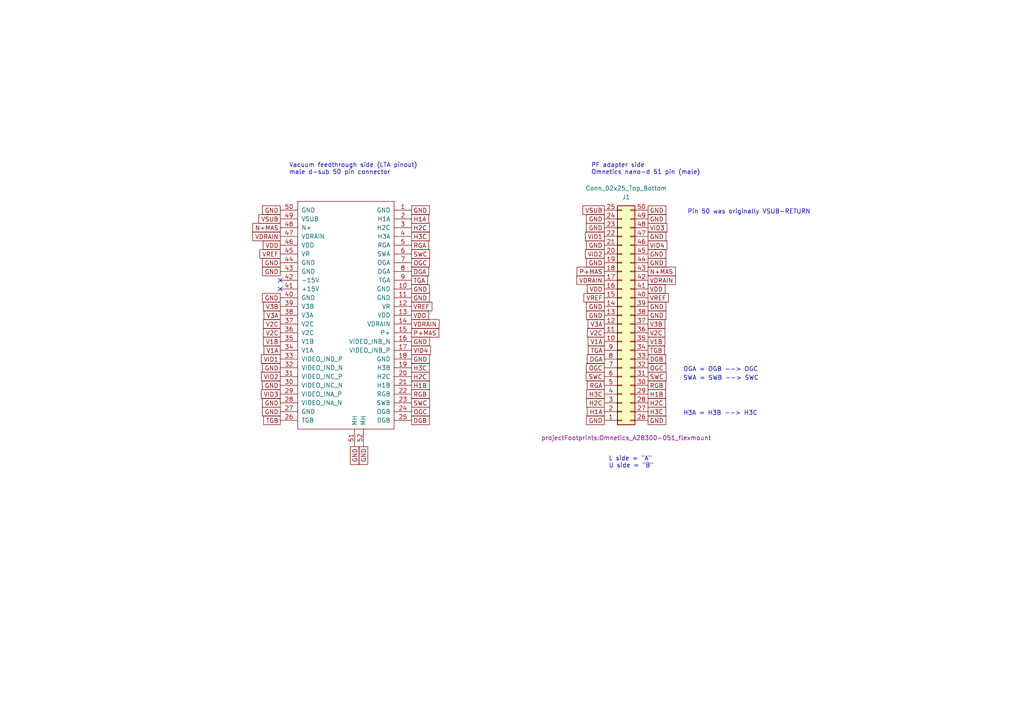
<source format=kicad_sch>
(kicad_sch (version 20230121) (generator eeschema)
  (paper "A4")
  (title_block (title "AstroDewar MAS Flex") (date "2024-02-26") (rev "1") (company "Lawrence Berkeley National Laboratory"))
  (lib_symbols
    (symbol "Connector_Generic:Conn_02x25_Top_Bottom" (pin_names (offset 1.016) hide)
      (property "Reference" "J" (at 1.27 33.02 0))
      (property "Value" "Conn_02x25_Top_Bottom" (at 1.27 -33.02 0))
      (symbol "Conn_02x25_Top_Bottom_1_1"
        (rectangle (start -1.27 -30.353) (end 0 -30.607) (stroke (width 0.1524)))
        (rectangle (start -1.27 -27.813) (end 0 -28.067) (stroke (width 0.1524)))
        (rectangle (start -1.27 -25.273) (end 0 -25.527) (stroke (width 0.1524)))
        (rectangle (start -1.27 -22.733) (end 0 -22.987) (stroke (width 0.1524)))
        (rectangle (start -1.27 -20.193) (end 0 -20.447) (stroke (width 0.1524)))
        (rectangle (start -1.27 -17.653) (end 0 -17.907) (stroke (width 0.1524)))
        (rectangle (start -1.27 -15.113) (end 0 -15.367) (stroke (width 0.1524)))
        (rectangle (start -1.27 -12.573) (end 0 -12.827) (stroke (width 0.1524)))
        (rectangle (start -1.27 -10.033) (end 0 -10.287) (stroke (width 0.1524)))
        (rectangle (start -1.27 -7.493) (end 0 -7.747) (stroke (width 0.1524)))
        (rectangle (start -1.27 -4.953) (end 0 -5.207) (stroke (width 0.1524)))
        (rectangle (start -1.27 -2.413) (end 0 -2.667) (stroke (width 0.1524)))
        (rectangle (start -1.27 0.127) (end 0 -0.127) (stroke (width 0.1524)))
        (rectangle (start -1.27 2.667) (end 0 2.413) (stroke (width 0.1524)))
        (rectangle (start -1.27 5.207) (end 0 4.953) (stroke (width 0.1524)))
        (rectangle (start -1.27 7.747) (end 0 7.493) (stroke (width 0.1524)))
        (rectangle (start -1.27 10.287) (end 0 10.033) (stroke (width 0.1524)))
        (rectangle (start -1.27 12.827) (end 0 12.573) (stroke (width 0.1524)))
        (rectangle (start -1.27 15.367) (end 0 15.113) (stroke (width 0.1524)))
        (rectangle (start -1.27 17.907) (end 0 17.653) (stroke (width 0.1524)))
        (rectangle (start -1.27 20.447) (end 0 20.193) (stroke (width 0.1524)))
        (rectangle (start -1.27 22.987) (end 0 22.733) (stroke (width 0.1524)))
        (rectangle (start -1.27 25.527) (end 0 25.273) (stroke (width 0.1524)))
        (rectangle (start -1.27 28.067) (end 0 27.813) (stroke (width 0.1524)))
        (rectangle (start -1.27 30.607) (end 0 30.353) (stroke (width 0.1524)))
        (rectangle (start -1.27 31.75) (end 3.81 -31.75) (stroke (width 0.254)) (fill (type background)))
        (rectangle (start 3.81 -30.353) (end 2.54 -30.607) (stroke (width 0.1524)))
        (rectangle (start 3.81 -27.813) (end 2.54 -28.067) (stroke (width 0.1524)))
        (rectangle (start 3.81 -25.273) (end 2.54 -25.527) (stroke (width 0.1524)))
        (rectangle (start 3.81 -22.733) (end 2.54 -22.987) (stroke (width 0.1524)))
        (rectangle (start 3.81 -20.193) (end 2.54 -20.447) (stroke (width 0.1524)))
        (rectangle (start 3.81 -17.653) (end 2.54 -17.907) (stroke (width 0.1524)))
        (rectangle (start 3.81 -15.113) (end 2.54 -15.367) (stroke (width 0.1524)))
        (rectangle (start 3.81 -12.573) (end 2.54 -12.827) (stroke (width 0.1524)))
        (rectangle (start 3.81 -10.033) (end 2.54 -10.287) (stroke (width 0.1524)))
        (rectangle (start 3.81 -7.493) (end 2.54 -7.747) (stroke (width 0.1524)))
        (rectangle (start 3.81 -4.953) (end 2.54 -5.207) (stroke (width 0.1524)))
        (rectangle (start 3.81 -2.413) (end 2.54 -2.667) (stroke (width 0.1524)))
        (rectangle (start 3.81 0.127) (end 2.54 -0.127) (stroke (width 0.1524)))
        (rectangle (start 3.81 2.667) (end 2.54 2.413) (stroke (width 0.1524)))
        (rectangle (start 3.81 5.207) (end 2.54 4.953) (stroke (width 0.1524)))
        (rectangle (start 3.81 7.747) (end 2.54 7.493) (stroke (width 0.1524)))
        (rectangle (start 3.81 10.287) (end 2.54 10.033) (stroke (width 0.1524)))
        (rectangle (start 3.81 12.827) (end 2.54 12.573) (stroke (width 0.1524)))
        (rectangle (start 3.81 15.367) (end 2.54 15.113) (stroke (width 0.1524)))
        (rectangle (start 3.81 17.907) (end 2.54 17.653) (stroke (width 0.1524)))
        (rectangle (start 3.81 20.447) (end 2.54 20.193) (stroke (width 0.1524)))
        (rectangle (start 3.81 22.987) (end 2.54 22.733) (stroke (width 0.1524)))
        (rectangle (start 3.81 25.527) (end 2.54 25.273) (stroke (width 0.1524)))
        (rectangle (start 3.81 28.067) (end 2.54 27.813) (stroke (width 0.1524)))
        (rectangle (start 3.81 30.607) (end 2.54 30.353) (stroke (width 0.1524)))
        (pin passive line (at -5.08 30.48 0) (length 3.81) (name "Pin_1") (number "1"))
        (pin passive line (at -5.08 7.62 0) (length 3.81) (name "Pin_10") (number "10"))
        (pin passive line (at -5.08 5.08 0) (length 3.81) (name "Pin_11") (number "11"))
        (pin passive line (at -5.08 2.54 0) (length 3.81) (name "Pin_12") (number "12"))
        (pin passive line (at -5.08 0 0) (length 3.81) (name "Pin_13") (number "13"))
        (pin passive line (at -5.08 -2.54 0) (length 3.81) (name "Pin_14") (number "14"))
        (pin passive line (at -5.08 -5.08 0) (length 3.81) (name "Pin_15") (number "15"))
        (pin passive line (at -5.08 -7.62 0) (length 3.81) (name "Pin_16") (number "16"))
        (pin passive line (at -5.08 -10.16 0) (length 3.81) (name "Pin_17") (number "17"))
        (pin passive line (at -5.08 -12.7 0) (length 3.81) (name "Pin_18") (number "18"))
        (pin passive line (at -5.08 -15.24 0) (length 3.81) (name "Pin_19") (number "19"))
        (pin passive line (at -5.08 27.94 0) (length 3.81) (name "Pin_2") (number "2"))
        (pin passive line (at -5.08 -17.78 0) (length 3.81) (name "Pin_20") (number "20"))
        (pin passive line (at -5.08 -20.32 0) (length 3.81) (name "Pin_21") (number "21"))
        (pin passive line (at -5.08 -22.86 0) (length 3.81) (name "Pin_22") (number "22"))
        (pin passive line (at -5.08 -25.4 0) (length 3.81) (name "Pin_23") (number "23"))
        (pin passive line (at -5.08 -27.94 0) (length 3.81) (name "Pin_24") (number "24"))
        (pin passive line (at -5.08 -30.48 0) (length 3.81) (name "Pin_25") (number "25"))
        (pin passive line (at 7.62 30.48 180) (length 3.81) (name "Pin_26") (number "26"))
        (pin passive line (at 7.62 27.94 180) (length 3.81) (name "Pin_27") (number "27"))
        (pin passive line (at 7.62 25.4 180) (length 3.81) (name "Pin_28") (number "28"))
        (pin passive line (at 7.62 22.86 180) (length 3.81) (name "Pin_29") (number "29"))
        (pin passive line (at -5.08 25.4 0) (length 3.81) (name "Pin_3") (number "3"))
        (pin passive line (at 7.62 20.32 180) (length 3.81) (name "Pin_30") (number "30"))
        (pin passive line (at 7.62 17.78 180) (length 3.81) (name "Pin_31") (number "31"))
        (pin passive line (at 7.62 15.24 180) (length 3.81) (name "Pin_32") (number "32"))
        (pin passive line (at 7.62 12.7 180) (length 3.81) (name "Pin_33") (number "33"))
        (pin passive line (at 7.62 10.16 180) (length 3.81) (name "Pin_34") (number "34"))
        (pin passive line (at 7.62 7.62 180) (length 3.81) (name "Pin_35") (number "35"))
        (pin passive line (at 7.62 5.08 180) (length 3.81) (name "Pin_36") (number "36"))
        (pin passive line (at 7.62 2.54 180) (length 3.81) (name "Pin_37") (number "37"))
        (pin passive line (at 7.62 0 180) (length 3.81) (name "Pin_38") (number "38"))
        (pin passive line (at 7.62 -2.54 180) (length 3.81) (name "Pin_39") (number "39"))
        (pin passive line (at -5.08 22.86 0) (length 3.81) (name "Pin_4") (number "4"))
        (pin passive line (at 7.62 -5.08 180) (length 3.81) (name "Pin_40") (number "40"))
        (pin passive line (at 7.62 -7.62 180) (length 3.81) (name "Pin_41") (number "41"))
        (pin passive line (at 7.62 -10.16 180) (length 3.81) (name "Pin_42") (number "42"))
        (pin passive line (at 7.62 -12.7 180) (length 3.81) (name "Pin_43") (number "43"))
        (pin passive line (at 7.62 -15.24 180) (length 3.81) (name "Pin_44") (number "44"))
        (pin passive line (at 7.62 -17.78 180) (length 3.81) (name "Pin_45") (number "45"))
        (pin passive line (at 7.62 -20.32 180) (length 3.81) (name "Pin_46") (number "46"))
        (pin passive line (at 7.62 -22.86 180) (length 3.81) (name "Pin_47") (number "47"))
        (pin passive line (at 7.62 -25.4 180) (length 3.81) (name "Pin_48") (number "48"))
        (pin passive line (at 7.62 -27.94 180) (length 3.81) (name "Pin_49") (number "49"))
        (pin passive line (at -5.08 20.32 0) (length 3.81) (name "Pin_5") (number "5"))
        (pin passive line (at 7.62 -30.48 180) (length 3.81) (name "Pin_50") (number "50"))
        (pin passive line (at -5.08 17.78 0) (length 3.81) (name "Pin_6") (number "6"))
        (pin passive line (at -5.08 15.24 0) (length 3.81) (name "Pin_7") (number "7"))
        (pin passive line (at -5.08 12.7 0) (length 3.81) (name "Pin_8") (number "8"))
        (pin passive line (at -5.08 10.16 0) (length 3.81) (name "Pin_9") (number "9"))
      )
    )
    (symbol "projectSchLibrary:DB-50-LTA-V2" (pin_names (offset 1.016))
      (property "Reference" "U" (at 11.43 31.75 0))
      (property "Value" "DB-50-LTA-V2" (at -5.08 31.75 0))
      (symbol "DB-50-LTA-V2_0_1"
        (rectangle (start -13.97 30.48) (end 13.97 -35.56))
      )
      (symbol "DB-50-LTA-V2_1_1"
        (pin bidirectional line (at 19.05 27.94 180) (length 5.08) (name "GND") (number "1"))
        (pin bidirectional line (at 19.05 5.08 180) (length 5.08) (name "GND") (number "10"))
        (pin bidirectional line (at 19.05 2.54 180) (length 5.08) (name "GND") (number "11"))
        (pin bidirectional line (at 19.05 0 180) (length 5.08) (name "VR") (number "12"))
        (pin bidirectional line (at 19.05 -2.54 180) (length 5.08) (name "VDD") (number "13"))
        (pin bidirectional line (at 19.05 -5.08 180) (length 5.08) (name "VDRAIN") (number "14"))
        (pin bidirectional line (at 19.05 -7.62 180) (length 5.08) (name "P+") (number "15"))
        (pin bidirectional line (at 19.05 -10.16 180) (length 5.08) (name "VIDEO_INB_N") (number "16"))
        (pin bidirectional line (at 19.05 -12.7 180) (length 5.08) (name "VIDEO_INB_P") (number "17"))
        (pin bidirectional line (at 19.05 -15.24 180) (length 5.08) (name "GND") (number "18"))
        (pin bidirectional line (at 19.05 -17.78 180) (length 5.08) (name "H3B") (number "19"))
        (pin bidirectional line (at 19.05 25.4 180) (length 5.08) (name "H1A") (number "2"))
        (pin bidirectional line (at 19.05 -20.32 180) (length 5.08) (name "H2C") (number "20"))
        (pin bidirectional line (at 19.05 -22.86 180) (length 5.08) (name "H1B") (number "21"))
        (pin bidirectional line (at 19.05 -25.4 180) (length 5.08) (name "RGB") (number "22"))
        (pin bidirectional line (at 19.05 -27.94 180) (length 5.08) (name "SWB") (number "23"))
        (pin bidirectional line (at 19.05 -30.48 180) (length 5.08) (name "OGB") (number "24"))
        (pin bidirectional line (at 19.05 -33.02 180) (length 5.08) (name "DGB") (number "25"))
        (pin bidirectional line (at -19.05 -33.02 0) (length 5.08) (name "TGB") (number "26"))
        (pin bidirectional line (at -19.05 -30.48 0) (length 5.08) (name "GND") (number "27"))
        (pin bidirectional line (at -19.05 -27.94 0) (length 5.08) (name "VIDEO_INA_N") (number "28"))
        (pin bidirectional line (at -19.05 -25.4 0) (length 5.08) (name "VIDEO_INA_P") (number "29"))
        (pin input line (at 19.05 22.86 180) (length 5.08) (name "H2C") (number "3"))
        (pin bidirectional line (at -19.05 -22.86 0) (length 5.08) (name "VIDEO_INC_N") (number "30"))
        (pin bidirectional line (at -19.05 -20.32 0) (length 5.08) (name "VIDEO_INC_P") (number "31"))
        (pin bidirectional line (at -19.05 -17.78 0) (length 5.08) (name "VIDEO_IND_N") (number "32"))
        (pin bidirectional line (at -19.05 -15.24 0) (length 5.08) (name "VIDEO_IND_P") (number "33"))
        (pin bidirectional line (at -19.05 -12.7 0) (length 5.08) (name "V1A") (number "34"))
        (pin bidirectional line (at -19.05 -10.16 0) (length 5.08) (name "V1B") (number "35"))
        (pin bidirectional line (at -19.05 -7.62 0) (length 5.08) (name "V2C") (number "36"))
        (pin bidirectional line (at -19.05 -5.08 0) (length 5.08) (name "V2C") (number "37"))
        (pin bidirectional line (at -19.05 -2.54 0) (length 5.08) (name "V3A") (number "38"))
        (pin bidirectional line (at -19.05 0 0) (length 5.08) (name "V3B") (number "39"))
        (pin bidirectional line (at 19.05 20.32 180) (length 5.08) (name "H3A") (number "4"))
        (pin bidirectional line (at -19.05 2.54 0) (length 5.08) (name "GND") (number "40"))
        (pin bidirectional line (at -19.05 5.08 0) (length 5.08) (name "+15V") (number "41"))
        (pin bidirectional line (at -19.05 7.62 0) (length 5.08) (name "-15V") (number "42"))
        (pin bidirectional line (at -19.05 10.16 0) (length 5.08) (name "GND") (number "43"))
        (pin bidirectional line (at -19.05 12.7 0) (length 5.08) (name "GND") (number "44"))
        (pin bidirectional line (at -19.05 15.24 0) (length 5.08) (name "VR") (number "45"))
        (pin bidirectional line (at -19.05 17.78 0) (length 5.08) (name "VDD") (number "46"))
        (pin bidirectional line (at -19.05 20.32 0) (length 5.08) (name "VDRAIN") (number "47"))
        (pin bidirectional line (at -19.05 22.86 0) (length 5.08) (name "N+") (number "48"))
        (pin bidirectional line (at -19.05 25.4 0) (length 5.08) (name "VSUB") (number "49"))
        (pin bidirectional line (at 19.05 17.78 180) (length 5.08) (name "RGA") (number "5"))
        (pin bidirectional line (at -19.05 27.94 0) (length 5.08) (name "GND") (number "50"))
        (pin bidirectional line (at 2.54 -40.64 90) (length 5.08) (name "MH") (number "51"))
        (pin bidirectional line (at 5.08 -40.64 90) (length 5.08) (name "MH") (number "52"))
        (pin bidirectional line (at 19.05 15.24 180) (length 5.08) (name "SWA") (number "6"))
        (pin bidirectional line (at 19.05 12.7 180) (length 5.08) (name "OGA") (number "7"))
        (pin bidirectional line (at 19.05 10.16 180) (length 5.08) (name "DGA") (number "8"))
        (pin bidirectional line (at 19.05 7.62 180) (length 5.08) (name "TGA") (number "9"))
      )
    )
  )
  (no_connect (at 81.28 81.28))
  (no_connect (at 81.28 83.82))
  (text "L side = \"A\"\nU side = \"B\"" (at 176.53 135.89 0) (effects (font (size 1.27 1.27)) (justify left bottom)))
  (text "H3A = H3B --> H3C" (at 198.12 120.65 0) (effects (font (size 1.27 1.27)) (justify left bottom)))
  (text "PF adapter side\nOmnetics nano-d 51 pin (male)" (at 171.45 50.8 0) (effects (font (size 1.27 1.27)) (justify left bottom)))
  (text "Vacuum feedthrough side (LTA pinout)\nmale d-sub 50 pin connector" (at 83.82 50.8 0) (effects (font (size 1.27 1.27)) (justify left bottom)))
  (text "OGA = OGB --> OGC" (at 198.12 107.95 0) (effects (font (size 1.27 1.27)) (justify left bottom)))
  (text "SWA = SWB --> SWC" (at 198.12 110.49 0) (effects (font (size 1.27 1.27)) (justify left bottom)))
  (text "Pin 50 was originally VSUB-RETURN" (at 199.39 62.23 0) (effects (font (size 1.27 1.27)) (justify left bottom)))
  (global_label "VDRAIN" (shape passive) (at 81.28 68.58 180) (property "Intersheetrefs" "${INTERSHEET_REFS}" (effects hide)))
  (global_label "VID3" (shape passive) (at 81.28 114.3 180) (property "Intersheetrefs" "${INTERSHEET_REFS}" (effects hide)))
  (global_label "H3C" (shape passive) (at 119.38 106.68 0) (property "Intersheetrefs" "${INTERSHEET_REFS}" (effects hide)))
  (global_label "GND" (shape passive) (at 81.28 78.74 180) (property "Intersheetrefs" "${INTERSHEET_REFS}" (effects hide)))
  (global_label "VDD" (shape passive) (at 81.28 71.12 180) (property "Intersheetrefs" "${INTERSHEET_REFS}" (effects hide)))
  (global_label "GND" (shape passive) (at 187.96 76.2 0) (property "Intersheetrefs" "${INTERSHEET_REFS}" (effects hide)))
  (global_label "H2C" (shape passive) (at 119.38 109.22 0) (property "Intersheetrefs" "${INTERSHEET_REFS}" (effects hide)))
  (global_label "VREF" (shape passive) (at 119.38 88.9 0) (property "Intersheetrefs" "${INTERSHEET_REFS}" (effects hide)))
  (global_label "V3B" (shape passive) (at 81.28 88.9 180) (property "Intersheetrefs" "${INTERSHEET_REFS}" (effects hide)))
  (global_label "GND" (shape passive) (at 119.38 60.96 0) (property "Intersheetrefs" "${INTERSHEET_REFS}" (effects hide)))
  (global_label "VREF" (shape passive) (at 187.96 86.36 0) (property "Intersheetrefs" "${INTERSHEET_REFS}" (effects hide)))
  (global_label "VID1" (shape passive) (at 81.28 104.14 180) (property "Intersheetrefs" "${INTERSHEET_REFS}" (effects hide)))
  (global_label "GND" (shape passive) (at 175.26 91.44 180) (property "Intersheetrefs" "${INTERSHEET_REFS}" (effects hide)))
  (global_label "V1B" (shape passive) (at 81.28 99.06 180) (property "Intersheetrefs" "${INTERSHEET_REFS}" (effects hide)))
  (global_label "TGB" (shape passive) (at 187.96 101.6 0) (property "Intersheetrefs" "${INTERSHEET_REFS}" (effects hide)))
  (global_label "OGC" (shape passive) (at 119.38 119.38 0) (property "Intersheetrefs" "${INTERSHEET_REFS}" (effects hide)))
  (global_label "H1A" (shape passive) (at 175.26 119.38 180) (property "Intersheetrefs" "${INTERSHEET_REFS}" (effects hide)))
  (global_label "GND" (shape passive) (at 81.28 86.36 180) (property "Intersheetrefs" "${INTERSHEET_REFS}" (effects hide)))
  (global_label "GND" (shape passive) (at 105.41 129.54 270) (property "Intersheetrefs" "${INTERSHEET_REFS}" (effects hide)))
  (global_label "V3A" (shape passive) (at 81.28 91.44 180) (property "Intersheetrefs" "${INTERSHEET_REFS}" (effects hide)))
  (global_label "VID4" (shape passive) (at 119.38 101.6 0) (property "Intersheetrefs" "${INTERSHEET_REFS}" (effects hide)))
  (global_label "GND" (shape passive) (at 187.96 121.92 0) (property "Intersheetrefs" "${INTERSHEET_REFS}" (effects hide)))
  (global_label "GND" (shape passive) (at 175.26 71.12 180) (property "Intersheetrefs" "${INTERSHEET_REFS}" (effects hide)))
  (global_label "VID2" (shape passive) (at 175.26 73.66 180) (property "Intersheetrefs" "${INTERSHEET_REFS}" (effects hide)))
  (global_label "GND" (shape passive) (at 81.28 106.68 180) (property "Intersheetrefs" "${INTERSHEET_REFS}" (effects hide)))
  (global_label "OGC" (shape passive) (at 187.96 106.68 0) (property "Intersheetrefs" "${INTERSHEET_REFS}" (effects hide)))
  (global_label "VDD" (shape passive) (at 187.96 83.82 0) (property "Intersheetrefs" "${INTERSHEET_REFS}" (effects hide)))
  (global_label "H3C" (shape passive) (at 119.38 68.58 0) (property "Intersheetrefs" "${INTERSHEET_REFS}" (effects hide)))
  (global_label "TGA" (shape passive) (at 119.38 81.28 0) (property "Intersheetrefs" "${INTERSHEET_REFS}" (effects hide)))
  (global_label "DGB" (shape passive) (at 119.38 121.92 0) (property "Intersheetrefs" "${INTERSHEET_REFS}" (effects hide)))
  (global_label "H2C" (shape passive) (at 175.26 116.84 180) (property "Intersheetrefs" "${INTERSHEET_REFS}" (effects hide)))
  (global_label "TGA" (shape passive) (at 175.26 101.6 180) (property "Intersheetrefs" "${INTERSHEET_REFS}" (effects hide)))
  (global_label "V2C" (shape passive) (at 187.96 96.52 0) (property "Intersheetrefs" "${INTERSHEET_REFS}" (effects hide)))
  (global_label "DGA" (shape passive) (at 119.38 78.74 0) (property "Intersheetrefs" "${INTERSHEET_REFS}" (effects hide)))
  (global_label "GND" (shape passive) (at 187.96 68.58 0) (property "Intersheetrefs" "${INTERSHEET_REFS}" (effects hide)))
  (global_label "H3C" (shape passive) (at 175.26 114.3 180) (property "Intersheetrefs" "${INTERSHEET_REFS}" (effects hide)))
  (global_label "SWC" (shape passive) (at 175.26 109.22 180) (property "Intersheetrefs" "${INTERSHEET_REFS}" (effects hide)))
  (global_label "GND" (shape passive) (at 175.26 76.2 180) (property "Intersheetrefs" "${INTERSHEET_REFS}" (effects hide)))
  (global_label "GND" (shape passive) (at 102.87 129.54 270) (property "Intersheetrefs" "${INTERSHEET_REFS}" (effects hide)))
  (global_label "VDRAIN" (shape passive) (at 119.38 93.98 0) (property "Intersheetrefs" "${INTERSHEET_REFS}" (effects hide)))
  (global_label "GND" (shape passive) (at 187.96 91.44 0) (property "Intersheetrefs" "${INTERSHEET_REFS}" (effects hide)))
  (global_label "VDD" (shape passive) (at 119.38 91.44 0) (property "Intersheetrefs" "${INTERSHEET_REFS}" (effects hide)))
  (global_label "VSUB" (shape passive) (at 175.26 60.96 180) (property "Intersheetrefs" "${INTERSHEET_REFS}" (effects hide)))
  (global_label "GND" (shape passive) (at 175.26 121.92 180) (property "Intersheetrefs" "${INTERSHEET_REFS}" (effects hide)))
  (global_label "OGC" (shape passive) (at 119.38 76.2 0) (property "Intersheetrefs" "${INTERSHEET_REFS}" (effects hide)))
  (global_label "SWC" (shape passive) (at 187.96 109.22 0) (property "Intersheetrefs" "${INTERSHEET_REFS}" (effects hide)))
  (global_label "GND" (shape passive) (at 119.38 99.06 0) (property "Intersheetrefs" "${INTERSHEET_REFS}" (effects hide)))
  (global_label "GND" (shape passive) (at 81.28 119.38 180) (property "Intersheetrefs" "${INTERSHEET_REFS}" (effects hide)))
  (global_label "V3B" (shape passive) (at 187.96 93.98 0) (property "Intersheetrefs" "${INTERSHEET_REFS}" (effects hide)))
  (global_label "VID2" (shape passive) (at 81.28 109.22 180) (property "Intersheetrefs" "${INTERSHEET_REFS}" (effects hide)))
  (global_label "VID1" (shape passive) (at 175.26 68.58 180) (property "Intersheetrefs" "${INTERSHEET_REFS}" (effects hide)))
  (global_label "GND" (shape passive) (at 119.38 86.36 0) (property "Intersheetrefs" "${INTERSHEET_REFS}" (effects hide)))
  (global_label "RGB" (shape passive) (at 119.38 114.3 0) (property "Intersheetrefs" "${INTERSHEET_REFS}" (effects hide)))
  (global_label "GND" (shape passive) (at 81.28 111.76 180) (property "Intersheetrefs" "${INTERSHEET_REFS}" (effects hide)))
  (global_label "VDD" (shape passive) (at 175.26 83.82 180) (property "Intersheetrefs" "${INTERSHEET_REFS}" (effects hide)))
  (global_label "N+MAS" (shape passive) (at 81.28 66.04 180) (property "Intersheetrefs" "${INTERSHEET_REFS}" (effects hide)))
  (global_label "V2C" (shape passive) (at 81.28 96.52 180) (property "Intersheetrefs" "${INTERSHEET_REFS}" (effects hide)))
  (global_label "GND" (shape passive) (at 187.96 63.5 0) (property "Intersheetrefs" "${INTERSHEET_REFS}" (effects hide)))
  (global_label "H3C" (shape passive) (at 187.96 119.38 0) (property "Intersheetrefs" "${INTERSHEET_REFS}" (effects hide)))
  (global_label "VDRAIN" (shape passive) (at 187.96 81.28 0) (property "Intersheetrefs" "${INTERSHEET_REFS}" (effects hide)))
  (global_label "GND" (shape passive) (at 175.26 66.04 180) (property "Intersheetrefs" "${INTERSHEET_REFS}" (effects hide)))
  (global_label "GND" (shape passive) (at 175.26 88.9 180) (property "Intersheetrefs" "${INTERSHEET_REFS}" (effects hide)))
  (global_label "DGB" (shape passive) (at 187.96 104.14 0) (property "Intersheetrefs" "${INTERSHEET_REFS}" (effects hide)))
  (global_label "H1B" (shape passive) (at 187.96 114.3 0) (property "Intersheetrefs" "${INTERSHEET_REFS}" (effects hide)))
  (global_label "H1A" (shape passive) (at 119.38 63.5 0) (property "Intersheetrefs" "${INTERSHEET_REFS}" (effects hide)))
  (global_label "H2C" (shape passive) (at 187.96 116.84 0) (property "Intersheetrefs" "${INTERSHEET_REFS}" (effects hide)))
  (global_label "GND" (shape passive) (at 81.28 76.2 180) (property "Intersheetrefs" "${INTERSHEET_REFS}" (effects hide)))
  (global_label "GND" (shape passive) (at 187.96 73.66 0) (property "Intersheetrefs" "${INTERSHEET_REFS}" (effects hide)))
  (global_label "GND" (shape passive) (at 119.38 104.14 0) (property "Intersheetrefs" "${INTERSHEET_REFS}" (effects hide)))
  (global_label "P+MAS" (shape passive) (at 175.26 78.74 180) (property "Intersheetrefs" "${INTERSHEET_REFS}" (effects hide)))
  (global_label "V1B" (shape passive) (at 187.96 99.06 0) (property "Intersheetrefs" "${INTERSHEET_REFS}" (effects hide)))
  (global_label "N+MAS" (shape passive) (at 187.96 78.74 0) (property "Intersheetrefs" "${INTERSHEET_REFS}" (effects hide)))
  (global_label "GND" (shape passive) (at 175.26 63.5 180) (property "Intersheetrefs" "${INTERSHEET_REFS}" (effects hide)))
  (global_label "V2C" (shape passive) (at 175.26 96.52 180) (property "Intersheetrefs" "${INTERSHEET_REFS}" (effects hide)))
  (global_label "GND" (shape passive) (at 187.96 60.96 0) (property "Intersheetrefs" "${INTERSHEET_REFS}" (effects hide)))
  (global_label "VDRAIN" (shape passive) (at 175.26 81.28 180) (property "Intersheetrefs" "${INTERSHEET_REFS}" (effects hide)))
  (global_label "SWC" (shape passive) (at 119.38 116.84 0) (property "Intersheetrefs" "${INTERSHEET_REFS}" (effects hide)))
  (global_label "VID3" (shape passive) (at 187.96 66.04 0) (property "Intersheetrefs" "${INTERSHEET_REFS}" (effects hide)))
  (global_label "RGA" (shape passive) (at 175.26 111.76 180) (property "Intersheetrefs" "${INTERSHEET_REFS}" (effects hide)))
  (global_label "H2C" (shape passive) (at 119.38 66.04 0) (property "Intersheetrefs" "${INTERSHEET_REFS}" (effects hide)))
  (global_label "VREF" (shape passive) (at 175.26 86.36 180) (property "Intersheetrefs" "${INTERSHEET_REFS}" (effects hide)))
  (global_label "VSUB" (shape passive) (at 81.28 63.5 180) (property "Intersheetrefs" "${INTERSHEET_REFS}" (effects hide)))
  (global_label "VREF" (shape passive) (at 81.28 73.66 180) (property "Intersheetrefs" "${INTERSHEET_REFS}" (effects hide)))
  (global_label "SWC" (shape passive) (at 119.38 73.66 0) (property "Intersheetrefs" "${INTERSHEET_REFS}" (effects hide)))
  (global_label "V1A" (shape passive) (at 81.28 101.6 180) (property "Intersheetrefs" "${INTERSHEET_REFS}" (effects hide)))
  (global_label "RGB" (shape passive) (at 187.96 111.76 0) (property "Intersheetrefs" "${INTERSHEET_REFS}" (effects hide)))
  (global_label "H1B" (shape passive) (at 119.38 111.76 0) (property "Intersheetrefs" "${INTERSHEET_REFS}" (effects hide)))
  (global_label "GND" (shape passive) (at 81.28 60.96 180) (property "Intersheetrefs" "${INTERSHEET_REFS}" (effects hide)))
  (global_label "DGA" (shape passive) (at 175.26 104.14 180) (property "Intersheetrefs" "${INTERSHEET_REFS}" (effects hide)))
  (global_label "OGC" (shape passive) (at 175.26 106.68 180) (property "Intersheetrefs" "${INTERSHEET_REFS}" (effects hide)))
  (global_label "GND" (shape passive) (at 187.96 88.9 0) (property "Intersheetrefs" "${INTERSHEET_REFS}" (effects hide)))
  (global_label "TGB" (shape passive) (at 81.28 121.92 180) (property "Intersheetrefs" "${INTERSHEET_REFS}" (effects hide)))
  (global_label "V2C" (shape passive) (at 81.28 93.98 180) (property "Intersheetrefs" "${INTERSHEET_REFS}" (effects hide)))
  (global_label "VID4" (shape passive) (at 187.96 71.12 0) (property "Intersheetrefs" "${INTERSHEET_REFS}" (effects hide)))
  (global_label "V3A" (shape passive) (at 175.26 93.98 180) (property "Intersheetrefs" "${INTERSHEET_REFS}" (effects hide)))
  (global_label "GND" (shape passive) (at 81.28 116.84 180) (property "Intersheetrefs" "${INTERSHEET_REFS}" (effects hide)))
  (global_label "RGA" (shape passive) (at 119.38 71.12 0) (property "Intersheetrefs" "${INTERSHEET_REFS}" (effects hide)))
  (global_label "GND" (shape passive) (at 119.38 83.82 0) (property "Intersheetrefs" "${INTERSHEET_REFS}" (effects hide)))
  (global_label "P+MAS" (shape passive) (at 119.38 96.52 0) (property "Intersheetrefs" "${INTERSHEET_REFS}" (effects hide)))
  (global_label "V1A" (shape passive) (at 175.26 99.06 180) (property "Intersheetrefs" "${INTERSHEET_REFS}" (effects hide)))
  (symbol (lib_id "Connector_Generic:Conn_02x25_Top_Bottom") (at 180.34 91.44 0) (mirror x) (unit 1)
    (property "Reference" "J1" (at 181.61 57.15 0))
    (property "Value" "Conn_02x25_Top_Bottom" (at 181.61 54.61 0))
    (property "Footprint" "projectFootprints:Omnetics_A28300-051_flexmount" (at 181.61 127 0))
  )
  (symbol (lib_id "projectSchLibrary:DB-50-LTA-V2") (at 100.33 88.9 0) (unit 1)
    (property "Reference" "U1" (effects hide))
    (property "Value" "DB-50-LTA-V2" (effects hide))
    (property "Footprint" "projectFootprints:DB50-Female-RightAngle-1195-5050-ND" (effects hide))
  )
)
</source>
